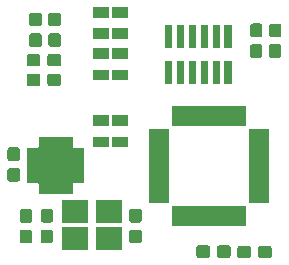
<source format=gts>
G04 #@! TF.GenerationSoftware,KiCad,Pcbnew,(5.1.2)-1*
G04 #@! TF.CreationDate,2019-11-08T13:50:46+05:30*
G04 #@! TF.ProjectId,TALK,54414c4b-2e6b-4696-9361-645f70636258,rev?*
G04 #@! TF.SameCoordinates,Original*
G04 #@! TF.FileFunction,Soldermask,Top*
G04 #@! TF.FilePolarity,Negative*
%FSLAX46Y46*%
G04 Gerber Fmt 4.6, Leading zero omitted, Abs format (unit mm)*
G04 Created by KiCad (PCBNEW (5.1.2)-1) date 2019-11-08 13:50:46*
%MOMM*%
%LPD*%
G04 APERTURE LIST*
%ADD10C,0.100000*%
G04 APERTURE END LIST*
D10*
G36*
X162184499Y-106259445D02*
G01*
X162221995Y-106270820D01*
X162256554Y-106289292D01*
X162286847Y-106314153D01*
X162311708Y-106344446D01*
X162330180Y-106379005D01*
X162341555Y-106416501D01*
X162346000Y-106461638D01*
X162346000Y-107100362D01*
X162341555Y-107145499D01*
X162330180Y-107182995D01*
X162311708Y-107217554D01*
X162286847Y-107247847D01*
X162256554Y-107272708D01*
X162221995Y-107291180D01*
X162184499Y-107302555D01*
X162139362Y-107307000D01*
X161400638Y-107307000D01*
X161355501Y-107302555D01*
X161318005Y-107291180D01*
X161283446Y-107272708D01*
X161253153Y-107247847D01*
X161228292Y-107217554D01*
X161209820Y-107182995D01*
X161198445Y-107145499D01*
X161194000Y-107100362D01*
X161194000Y-106461638D01*
X161198445Y-106416501D01*
X161209820Y-106379005D01*
X161228292Y-106344446D01*
X161253153Y-106314153D01*
X161283446Y-106289292D01*
X161318005Y-106270820D01*
X161355501Y-106259445D01*
X161400638Y-106255000D01*
X162139362Y-106255000D01*
X162184499Y-106259445D01*
X162184499Y-106259445D01*
G37*
G36*
X160434499Y-106259445D02*
G01*
X160471995Y-106270820D01*
X160506554Y-106289292D01*
X160536847Y-106314153D01*
X160561708Y-106344446D01*
X160580180Y-106379005D01*
X160591555Y-106416501D01*
X160596000Y-106461638D01*
X160596000Y-107100362D01*
X160591555Y-107145499D01*
X160580180Y-107182995D01*
X160561708Y-107217554D01*
X160536847Y-107247847D01*
X160506554Y-107272708D01*
X160471995Y-107291180D01*
X160434499Y-107302555D01*
X160389362Y-107307000D01*
X159650638Y-107307000D01*
X159605501Y-107302555D01*
X159568005Y-107291180D01*
X159533446Y-107272708D01*
X159503153Y-107247847D01*
X159478292Y-107217554D01*
X159459820Y-107182995D01*
X159448445Y-107145499D01*
X159444000Y-107100362D01*
X159444000Y-106461638D01*
X159448445Y-106416501D01*
X159459820Y-106379005D01*
X159478292Y-106344446D01*
X159503153Y-106314153D01*
X159533446Y-106289292D01*
X159568005Y-106270820D01*
X159605501Y-106259445D01*
X159650638Y-106255000D01*
X160389362Y-106255000D01*
X160434499Y-106259445D01*
X160434499Y-106259445D01*
G37*
G36*
X156962499Y-106235445D02*
G01*
X156999995Y-106246820D01*
X157034554Y-106265292D01*
X157064847Y-106290153D01*
X157089708Y-106320446D01*
X157108180Y-106355005D01*
X157119555Y-106392501D01*
X157124000Y-106437638D01*
X157124000Y-107076362D01*
X157119555Y-107121499D01*
X157108180Y-107158995D01*
X157089708Y-107193554D01*
X157064847Y-107223847D01*
X157034554Y-107248708D01*
X156999995Y-107267180D01*
X156962499Y-107278555D01*
X156917362Y-107283000D01*
X156178638Y-107283000D01*
X156133501Y-107278555D01*
X156096005Y-107267180D01*
X156061446Y-107248708D01*
X156031153Y-107223847D01*
X156006292Y-107193554D01*
X155987820Y-107158995D01*
X155976445Y-107121499D01*
X155972000Y-107076362D01*
X155972000Y-106437638D01*
X155976445Y-106392501D01*
X155987820Y-106355005D01*
X156006292Y-106320446D01*
X156031153Y-106290153D01*
X156061446Y-106265292D01*
X156096005Y-106246820D01*
X156133501Y-106235445D01*
X156178638Y-106231000D01*
X156917362Y-106231000D01*
X156962499Y-106235445D01*
X156962499Y-106235445D01*
G37*
G36*
X158712499Y-106235445D02*
G01*
X158749995Y-106246820D01*
X158784554Y-106265292D01*
X158814847Y-106290153D01*
X158839708Y-106320446D01*
X158858180Y-106355005D01*
X158869555Y-106392501D01*
X158874000Y-106437638D01*
X158874000Y-107076362D01*
X158869555Y-107121499D01*
X158858180Y-107158995D01*
X158839708Y-107193554D01*
X158814847Y-107223847D01*
X158784554Y-107248708D01*
X158749995Y-107267180D01*
X158712499Y-107278555D01*
X158667362Y-107283000D01*
X157928638Y-107283000D01*
X157883501Y-107278555D01*
X157846005Y-107267180D01*
X157811446Y-107248708D01*
X157781153Y-107223847D01*
X157756292Y-107193554D01*
X157737820Y-107158995D01*
X157726445Y-107121499D01*
X157722000Y-107076362D01*
X157722000Y-106437638D01*
X157726445Y-106392501D01*
X157737820Y-106355005D01*
X157756292Y-106320446D01*
X157781153Y-106290153D01*
X157811446Y-106265292D01*
X157846005Y-106246820D01*
X157883501Y-106235445D01*
X157928638Y-106231000D01*
X158667362Y-106231000D01*
X158712499Y-106235445D01*
X158712499Y-106235445D01*
G37*
G36*
X149684000Y-106611000D02*
G01*
X147482000Y-106611000D01*
X147482000Y-104709000D01*
X149684000Y-104709000D01*
X149684000Y-106611000D01*
X149684000Y-106611000D01*
G37*
G36*
X146784000Y-106611000D02*
G01*
X144582000Y-106611000D01*
X144582000Y-104709000D01*
X146784000Y-104709000D01*
X146784000Y-106611000D01*
X146784000Y-106611000D01*
G37*
G36*
X141895499Y-104900445D02*
G01*
X141932995Y-104911820D01*
X141967554Y-104930292D01*
X141997847Y-104955153D01*
X142022708Y-104985446D01*
X142041180Y-105020005D01*
X142052555Y-105057501D01*
X142057000Y-105102638D01*
X142057000Y-105841362D01*
X142052555Y-105886499D01*
X142041180Y-105923995D01*
X142022708Y-105958554D01*
X141997847Y-105988847D01*
X141967554Y-106013708D01*
X141932995Y-106032180D01*
X141895499Y-106043555D01*
X141850362Y-106048000D01*
X141211638Y-106048000D01*
X141166501Y-106043555D01*
X141129005Y-106032180D01*
X141094446Y-106013708D01*
X141064153Y-105988847D01*
X141039292Y-105958554D01*
X141020820Y-105923995D01*
X141009445Y-105886499D01*
X141005000Y-105841362D01*
X141005000Y-105102638D01*
X141009445Y-105057501D01*
X141020820Y-105020005D01*
X141039292Y-104985446D01*
X141064153Y-104955153D01*
X141094446Y-104930292D01*
X141129005Y-104911820D01*
X141166501Y-104900445D01*
X141211638Y-104896000D01*
X141850362Y-104896000D01*
X141895499Y-104900445D01*
X141895499Y-104900445D01*
G37*
G36*
X143688499Y-104898445D02*
G01*
X143725995Y-104909820D01*
X143760554Y-104928292D01*
X143790847Y-104953153D01*
X143815708Y-104983446D01*
X143834180Y-105018005D01*
X143845555Y-105055501D01*
X143850000Y-105100638D01*
X143850000Y-105839362D01*
X143845555Y-105884499D01*
X143834180Y-105921995D01*
X143815708Y-105956554D01*
X143790847Y-105986847D01*
X143760554Y-106011708D01*
X143725995Y-106030180D01*
X143688499Y-106041555D01*
X143643362Y-106046000D01*
X143004638Y-106046000D01*
X142959501Y-106041555D01*
X142922005Y-106030180D01*
X142887446Y-106011708D01*
X142857153Y-105986847D01*
X142832292Y-105956554D01*
X142813820Y-105921995D01*
X142802445Y-105884499D01*
X142798000Y-105839362D01*
X142798000Y-105100638D01*
X142802445Y-105055501D01*
X142813820Y-105018005D01*
X142832292Y-104983446D01*
X142857153Y-104953153D01*
X142887446Y-104928292D01*
X142922005Y-104909820D01*
X142959501Y-104898445D01*
X143004638Y-104894000D01*
X143643362Y-104894000D01*
X143688499Y-104898445D01*
X143688499Y-104898445D01*
G37*
G36*
X151187499Y-104897445D02*
G01*
X151224995Y-104908820D01*
X151259554Y-104927292D01*
X151289847Y-104952153D01*
X151314708Y-104982446D01*
X151333180Y-105017005D01*
X151344555Y-105054501D01*
X151349000Y-105099638D01*
X151349000Y-105838362D01*
X151344555Y-105883499D01*
X151333180Y-105920995D01*
X151314708Y-105955554D01*
X151289847Y-105985847D01*
X151259554Y-106010708D01*
X151224995Y-106029180D01*
X151187499Y-106040555D01*
X151142362Y-106045000D01*
X150503638Y-106045000D01*
X150458501Y-106040555D01*
X150421005Y-106029180D01*
X150386446Y-106010708D01*
X150356153Y-105985847D01*
X150331292Y-105955554D01*
X150312820Y-105920995D01*
X150301445Y-105883499D01*
X150297000Y-105838362D01*
X150297000Y-105099638D01*
X150301445Y-105054501D01*
X150312820Y-105017005D01*
X150331292Y-104982446D01*
X150356153Y-104952153D01*
X150386446Y-104927292D01*
X150421005Y-104908820D01*
X150458501Y-104897445D01*
X150503638Y-104893000D01*
X151142362Y-104893000D01*
X151187499Y-104897445D01*
X151187499Y-104897445D01*
G37*
G36*
X160178000Y-104590000D02*
G01*
X153926000Y-104590000D01*
X153926000Y-102888000D01*
X160178000Y-102888000D01*
X160178000Y-104590000D01*
X160178000Y-104590000D01*
G37*
G36*
X149684000Y-104311000D02*
G01*
X147482000Y-104311000D01*
X147482000Y-102409000D01*
X149684000Y-102409000D01*
X149684000Y-104311000D01*
X149684000Y-104311000D01*
G37*
G36*
X146784000Y-104311000D02*
G01*
X144582000Y-104311000D01*
X144582000Y-102409000D01*
X146784000Y-102409000D01*
X146784000Y-104311000D01*
X146784000Y-104311000D01*
G37*
G36*
X141895499Y-103150445D02*
G01*
X141932995Y-103161820D01*
X141967554Y-103180292D01*
X141997847Y-103205153D01*
X142022708Y-103235446D01*
X142041180Y-103270005D01*
X142052555Y-103307501D01*
X142057000Y-103352638D01*
X142057000Y-104091362D01*
X142052555Y-104136499D01*
X142041180Y-104173995D01*
X142022708Y-104208554D01*
X141997847Y-104238847D01*
X141967554Y-104263708D01*
X141932995Y-104282180D01*
X141895499Y-104293555D01*
X141850362Y-104298000D01*
X141211638Y-104298000D01*
X141166501Y-104293555D01*
X141129005Y-104282180D01*
X141094446Y-104263708D01*
X141064153Y-104238847D01*
X141039292Y-104208554D01*
X141020820Y-104173995D01*
X141009445Y-104136499D01*
X141005000Y-104091362D01*
X141005000Y-103352638D01*
X141009445Y-103307501D01*
X141020820Y-103270005D01*
X141039292Y-103235446D01*
X141064153Y-103205153D01*
X141094446Y-103180292D01*
X141129005Y-103161820D01*
X141166501Y-103150445D01*
X141211638Y-103146000D01*
X141850362Y-103146000D01*
X141895499Y-103150445D01*
X141895499Y-103150445D01*
G37*
G36*
X143688499Y-103148445D02*
G01*
X143725995Y-103159820D01*
X143760554Y-103178292D01*
X143790847Y-103203153D01*
X143815708Y-103233446D01*
X143834180Y-103268005D01*
X143845555Y-103305501D01*
X143850000Y-103350638D01*
X143850000Y-104089362D01*
X143845555Y-104134499D01*
X143834180Y-104171995D01*
X143815708Y-104206554D01*
X143790847Y-104236847D01*
X143760554Y-104261708D01*
X143725995Y-104280180D01*
X143688499Y-104291555D01*
X143643362Y-104296000D01*
X143004638Y-104296000D01*
X142959501Y-104291555D01*
X142922005Y-104280180D01*
X142887446Y-104261708D01*
X142857153Y-104236847D01*
X142832292Y-104206554D01*
X142813820Y-104171995D01*
X142802445Y-104134499D01*
X142798000Y-104089362D01*
X142798000Y-103350638D01*
X142802445Y-103305501D01*
X142813820Y-103268005D01*
X142832292Y-103233446D01*
X142857153Y-103203153D01*
X142887446Y-103178292D01*
X142922005Y-103159820D01*
X142959501Y-103148445D01*
X143004638Y-103144000D01*
X143643362Y-103144000D01*
X143688499Y-103148445D01*
X143688499Y-103148445D01*
G37*
G36*
X151187499Y-103147445D02*
G01*
X151224995Y-103158820D01*
X151259554Y-103177292D01*
X151289847Y-103202153D01*
X151314708Y-103232446D01*
X151333180Y-103267005D01*
X151344555Y-103304501D01*
X151349000Y-103349638D01*
X151349000Y-104088362D01*
X151344555Y-104133499D01*
X151333180Y-104170995D01*
X151314708Y-104205554D01*
X151289847Y-104235847D01*
X151259554Y-104260708D01*
X151224995Y-104279180D01*
X151187499Y-104290555D01*
X151142362Y-104295000D01*
X150503638Y-104295000D01*
X150458501Y-104290555D01*
X150421005Y-104279180D01*
X150386446Y-104260708D01*
X150356153Y-104235847D01*
X150331292Y-104205554D01*
X150312820Y-104170995D01*
X150301445Y-104133499D01*
X150297000Y-104088362D01*
X150297000Y-103349638D01*
X150301445Y-103304501D01*
X150312820Y-103267005D01*
X150331292Y-103232446D01*
X150356153Y-103202153D01*
X150386446Y-103177292D01*
X150421005Y-103158820D01*
X150458501Y-103147445D01*
X150503638Y-103143000D01*
X151142362Y-103143000D01*
X151187499Y-103147445D01*
X151187499Y-103147445D01*
G37*
G36*
X153653000Y-102615000D02*
G01*
X151951000Y-102615000D01*
X151951000Y-96363000D01*
X153653000Y-96363000D01*
X153653000Y-102615000D01*
X153653000Y-102615000D01*
G37*
G36*
X162153000Y-102615000D02*
G01*
X160451000Y-102615000D01*
X160451000Y-96363000D01*
X162153000Y-96363000D01*
X162153000Y-102615000D01*
X162153000Y-102615000D01*
G37*
G36*
X142984295Y-97044323D02*
G01*
X142991309Y-97046451D01*
X143005077Y-97053810D01*
X143027716Y-97063187D01*
X143051749Y-97067967D01*
X143076253Y-97067967D01*
X143100286Y-97063186D01*
X143122923Y-97053810D01*
X143136691Y-97046451D01*
X143143705Y-97044323D01*
X143157140Y-97043000D01*
X143470860Y-97043000D01*
X143484295Y-97044323D01*
X143491309Y-97046451D01*
X143505077Y-97053810D01*
X143527716Y-97063187D01*
X143551749Y-97067967D01*
X143576253Y-97067967D01*
X143600286Y-97063186D01*
X143622923Y-97053810D01*
X143636691Y-97046451D01*
X143643705Y-97044323D01*
X143657140Y-97043000D01*
X143970860Y-97043000D01*
X143984295Y-97044323D01*
X143991309Y-97046451D01*
X144005077Y-97053810D01*
X144027716Y-97063187D01*
X144051749Y-97067967D01*
X144076253Y-97067967D01*
X144100286Y-97063186D01*
X144122923Y-97053810D01*
X144136691Y-97046451D01*
X144143705Y-97044323D01*
X144157140Y-97043000D01*
X144470860Y-97043000D01*
X144484295Y-97044323D01*
X144491309Y-97046451D01*
X144505077Y-97053810D01*
X144527716Y-97063187D01*
X144551749Y-97067967D01*
X144576253Y-97067967D01*
X144600286Y-97063186D01*
X144622923Y-97053810D01*
X144636691Y-97046451D01*
X144643705Y-97044323D01*
X144657140Y-97043000D01*
X144970860Y-97043000D01*
X144984295Y-97044323D01*
X144991309Y-97046451D01*
X145005077Y-97053810D01*
X145027716Y-97063187D01*
X145051749Y-97067967D01*
X145076253Y-97067967D01*
X145100286Y-97063186D01*
X145122923Y-97053810D01*
X145136691Y-97046451D01*
X145143705Y-97044323D01*
X145157140Y-97043000D01*
X145470860Y-97043000D01*
X145484295Y-97044323D01*
X145491310Y-97046451D01*
X145497776Y-97049908D01*
X145503442Y-97054558D01*
X145508092Y-97060224D01*
X145511549Y-97066690D01*
X145513677Y-97073705D01*
X145515000Y-97087140D01*
X145515000Y-97893001D01*
X145517402Y-97917387D01*
X145524515Y-97940836D01*
X145536066Y-97962447D01*
X145551611Y-97981389D01*
X145570553Y-97996934D01*
X145592164Y-98008485D01*
X145615613Y-98015598D01*
X145639999Y-98018000D01*
X146445860Y-98018000D01*
X146459295Y-98019323D01*
X146466310Y-98021451D01*
X146472776Y-98024908D01*
X146478442Y-98029558D01*
X146483092Y-98035224D01*
X146486549Y-98041690D01*
X146488677Y-98048705D01*
X146490000Y-98062140D01*
X146490000Y-98375860D01*
X146488677Y-98389295D01*
X146486549Y-98396309D01*
X146479190Y-98410077D01*
X146469813Y-98432716D01*
X146465033Y-98456749D01*
X146465033Y-98481253D01*
X146469814Y-98505286D01*
X146479190Y-98527923D01*
X146486549Y-98541691D01*
X146488677Y-98548705D01*
X146490000Y-98562140D01*
X146490000Y-98875860D01*
X146488677Y-98889295D01*
X146486549Y-98896309D01*
X146479190Y-98910077D01*
X146469813Y-98932716D01*
X146465033Y-98956749D01*
X146465033Y-98981253D01*
X146469814Y-99005286D01*
X146479190Y-99027923D01*
X146486549Y-99041691D01*
X146488677Y-99048705D01*
X146490000Y-99062140D01*
X146490000Y-99375860D01*
X146488677Y-99389295D01*
X146486549Y-99396309D01*
X146479190Y-99410077D01*
X146469813Y-99432716D01*
X146465033Y-99456749D01*
X146465033Y-99481253D01*
X146469814Y-99505286D01*
X146479190Y-99527923D01*
X146486549Y-99541691D01*
X146488677Y-99548705D01*
X146490000Y-99562140D01*
X146490000Y-99875860D01*
X146488677Y-99889295D01*
X146486549Y-99896309D01*
X146479190Y-99910077D01*
X146469813Y-99932716D01*
X146465033Y-99956749D01*
X146465033Y-99981253D01*
X146469814Y-100005286D01*
X146479190Y-100027923D01*
X146486549Y-100041691D01*
X146488677Y-100048705D01*
X146490000Y-100062140D01*
X146490000Y-100375860D01*
X146488677Y-100389295D01*
X146486549Y-100396309D01*
X146479190Y-100410077D01*
X146469813Y-100432716D01*
X146465033Y-100456749D01*
X146465033Y-100481253D01*
X146469814Y-100505286D01*
X146479190Y-100527923D01*
X146486549Y-100541691D01*
X146488677Y-100548705D01*
X146490000Y-100562140D01*
X146490000Y-100875860D01*
X146488677Y-100889295D01*
X146486549Y-100896310D01*
X146483092Y-100902776D01*
X146478442Y-100908442D01*
X146472776Y-100913092D01*
X146466310Y-100916549D01*
X146459295Y-100918677D01*
X146445860Y-100920000D01*
X145639999Y-100920000D01*
X145615613Y-100922402D01*
X145592164Y-100929515D01*
X145570553Y-100941066D01*
X145551611Y-100956611D01*
X145536066Y-100975553D01*
X145524515Y-100997164D01*
X145517402Y-101020613D01*
X145515000Y-101044999D01*
X145515000Y-101850860D01*
X145513677Y-101864295D01*
X145511549Y-101871310D01*
X145508092Y-101877776D01*
X145503442Y-101883442D01*
X145497776Y-101888092D01*
X145491310Y-101891549D01*
X145484295Y-101893677D01*
X145470860Y-101895000D01*
X145157140Y-101895000D01*
X145143705Y-101893677D01*
X145136691Y-101891549D01*
X145122923Y-101884190D01*
X145100284Y-101874813D01*
X145076251Y-101870033D01*
X145051747Y-101870033D01*
X145027714Y-101874814D01*
X145005077Y-101884190D01*
X144991309Y-101891549D01*
X144984295Y-101893677D01*
X144970860Y-101895000D01*
X144657140Y-101895000D01*
X144643705Y-101893677D01*
X144636691Y-101891549D01*
X144622923Y-101884190D01*
X144600284Y-101874813D01*
X144576251Y-101870033D01*
X144551747Y-101870033D01*
X144527714Y-101874814D01*
X144505077Y-101884190D01*
X144491309Y-101891549D01*
X144484295Y-101893677D01*
X144470860Y-101895000D01*
X144157140Y-101895000D01*
X144143705Y-101893677D01*
X144136691Y-101891549D01*
X144122923Y-101884190D01*
X144100284Y-101874813D01*
X144076251Y-101870033D01*
X144051747Y-101870033D01*
X144027714Y-101874814D01*
X144005077Y-101884190D01*
X143991309Y-101891549D01*
X143984295Y-101893677D01*
X143970860Y-101895000D01*
X143657140Y-101895000D01*
X143643705Y-101893677D01*
X143636691Y-101891549D01*
X143622923Y-101884190D01*
X143600284Y-101874813D01*
X143576251Y-101870033D01*
X143551747Y-101870033D01*
X143527714Y-101874814D01*
X143505077Y-101884190D01*
X143491309Y-101891549D01*
X143484295Y-101893677D01*
X143470860Y-101895000D01*
X143157140Y-101895000D01*
X143143705Y-101893677D01*
X143136691Y-101891549D01*
X143122923Y-101884190D01*
X143100284Y-101874813D01*
X143076251Y-101870033D01*
X143051747Y-101870033D01*
X143027714Y-101874814D01*
X143005077Y-101884190D01*
X142991309Y-101891549D01*
X142984295Y-101893677D01*
X142970860Y-101895000D01*
X142657140Y-101895000D01*
X142643705Y-101893677D01*
X142636690Y-101891549D01*
X142630224Y-101888092D01*
X142624558Y-101883442D01*
X142619908Y-101877776D01*
X142616451Y-101871310D01*
X142614323Y-101864295D01*
X142613000Y-101850860D01*
X142613000Y-101044999D01*
X142610598Y-101020613D01*
X142603485Y-100997164D01*
X142591934Y-100975553D01*
X142576389Y-100956611D01*
X142557447Y-100941066D01*
X142535836Y-100929515D01*
X142512387Y-100922402D01*
X142488001Y-100920000D01*
X141682140Y-100920000D01*
X141668705Y-100918677D01*
X141661690Y-100916549D01*
X141655224Y-100913092D01*
X141649558Y-100908442D01*
X141644908Y-100902776D01*
X141641451Y-100896310D01*
X141639323Y-100889295D01*
X141638000Y-100875860D01*
X141638000Y-100562140D01*
X141639323Y-100548705D01*
X141641451Y-100541691D01*
X141648810Y-100527923D01*
X141658187Y-100505284D01*
X141662967Y-100481251D01*
X141662967Y-100456747D01*
X141658186Y-100432714D01*
X141648810Y-100410077D01*
X141641451Y-100396309D01*
X141639323Y-100389295D01*
X141638000Y-100375860D01*
X141638000Y-100062140D01*
X141639323Y-100048705D01*
X141641451Y-100041691D01*
X141648810Y-100027923D01*
X141658187Y-100005284D01*
X141662967Y-99981251D01*
X141662967Y-99956747D01*
X141658186Y-99932714D01*
X141648810Y-99910077D01*
X141641451Y-99896309D01*
X141639323Y-99889295D01*
X141638000Y-99875860D01*
X141638000Y-99562140D01*
X141639323Y-99548705D01*
X141641451Y-99541691D01*
X141648810Y-99527923D01*
X141658187Y-99505284D01*
X141662967Y-99481251D01*
X141662967Y-99456747D01*
X141658186Y-99432714D01*
X141648810Y-99410077D01*
X141641451Y-99396309D01*
X141639323Y-99389295D01*
X141638000Y-99375860D01*
X141638000Y-99062140D01*
X141639323Y-99048705D01*
X141641451Y-99041691D01*
X141648810Y-99027923D01*
X141658187Y-99005284D01*
X141662967Y-98981251D01*
X141662967Y-98956747D01*
X141658186Y-98932714D01*
X141648810Y-98910077D01*
X141641451Y-98896309D01*
X141639323Y-98889295D01*
X141638000Y-98875860D01*
X141638000Y-98562140D01*
X141639323Y-98548705D01*
X141641451Y-98541691D01*
X141648810Y-98527923D01*
X141658187Y-98505284D01*
X141662967Y-98481251D01*
X141662967Y-98456747D01*
X141658186Y-98432714D01*
X141648810Y-98410077D01*
X141641451Y-98396309D01*
X141639323Y-98389295D01*
X141638000Y-98375860D01*
X141638000Y-98062140D01*
X141639323Y-98048705D01*
X141641451Y-98041690D01*
X141644908Y-98035224D01*
X141649558Y-98029558D01*
X141655224Y-98024908D01*
X141661690Y-98021451D01*
X141668705Y-98019323D01*
X141682140Y-98018000D01*
X142488001Y-98018000D01*
X142512387Y-98015598D01*
X142535836Y-98008485D01*
X142557447Y-97996934D01*
X142576389Y-97981389D01*
X142591934Y-97962447D01*
X142603485Y-97940836D01*
X142610598Y-97917387D01*
X142613000Y-97893001D01*
X142613000Y-97087140D01*
X142614323Y-97073705D01*
X142616451Y-97066690D01*
X142619908Y-97060224D01*
X142624558Y-97054558D01*
X142630224Y-97049908D01*
X142636690Y-97046451D01*
X142643705Y-97044323D01*
X142657140Y-97043000D01*
X142970860Y-97043000D01*
X142984295Y-97044323D01*
X142984295Y-97044323D01*
G37*
G36*
X140873499Y-99685445D02*
G01*
X140910995Y-99696820D01*
X140945554Y-99715292D01*
X140975847Y-99740153D01*
X141000708Y-99770446D01*
X141019180Y-99805005D01*
X141030555Y-99842501D01*
X141035000Y-99887638D01*
X141035000Y-100626362D01*
X141030555Y-100671499D01*
X141019180Y-100708995D01*
X141000708Y-100743554D01*
X140975847Y-100773847D01*
X140945554Y-100798708D01*
X140910995Y-100817180D01*
X140873499Y-100828555D01*
X140828362Y-100833000D01*
X140189638Y-100833000D01*
X140144501Y-100828555D01*
X140107005Y-100817180D01*
X140072446Y-100798708D01*
X140042153Y-100773847D01*
X140017292Y-100743554D01*
X139998820Y-100708995D01*
X139987445Y-100671499D01*
X139983000Y-100626362D01*
X139983000Y-99887638D01*
X139987445Y-99842501D01*
X139998820Y-99805005D01*
X140017292Y-99770446D01*
X140042153Y-99740153D01*
X140072446Y-99715292D01*
X140107005Y-99696820D01*
X140144501Y-99685445D01*
X140189638Y-99681000D01*
X140828362Y-99681000D01*
X140873499Y-99685445D01*
X140873499Y-99685445D01*
G37*
G36*
X140873499Y-97935445D02*
G01*
X140910995Y-97946820D01*
X140945554Y-97965292D01*
X140975847Y-97990153D01*
X141000708Y-98020446D01*
X141019180Y-98055005D01*
X141030555Y-98092501D01*
X141035000Y-98137638D01*
X141035000Y-98876362D01*
X141030555Y-98921499D01*
X141019180Y-98958995D01*
X141000708Y-98993554D01*
X140975847Y-99023847D01*
X140945554Y-99048708D01*
X140910995Y-99067180D01*
X140873499Y-99078555D01*
X140828362Y-99083000D01*
X140189638Y-99083000D01*
X140144501Y-99078555D01*
X140107005Y-99067180D01*
X140072446Y-99048708D01*
X140042153Y-99023847D01*
X140017292Y-98993554D01*
X139998820Y-98958995D01*
X139987445Y-98921499D01*
X139983000Y-98876362D01*
X139983000Y-98137638D01*
X139987445Y-98092501D01*
X139998820Y-98055005D01*
X140017292Y-98020446D01*
X140042153Y-97990153D01*
X140072446Y-97965292D01*
X140107005Y-97946820D01*
X140144501Y-97935445D01*
X140189638Y-97931000D01*
X140828362Y-97931000D01*
X140873499Y-97935445D01*
X140873499Y-97935445D01*
G37*
G36*
X150226000Y-97920000D02*
G01*
X148874000Y-97920000D01*
X148874000Y-97018000D01*
X150226000Y-97018000D01*
X150226000Y-97920000D01*
X150226000Y-97920000D01*
G37*
G36*
X148576000Y-97920000D02*
G01*
X147224000Y-97920000D01*
X147224000Y-97018000D01*
X148576000Y-97018000D01*
X148576000Y-97920000D01*
X148576000Y-97920000D01*
G37*
G36*
X150226000Y-96120000D02*
G01*
X148874000Y-96120000D01*
X148874000Y-95218000D01*
X150226000Y-95218000D01*
X150226000Y-96120000D01*
X150226000Y-96120000D01*
G37*
G36*
X148576000Y-96120000D02*
G01*
X147224000Y-96120000D01*
X147224000Y-95218000D01*
X148576000Y-95218000D01*
X148576000Y-96120000D01*
X148576000Y-96120000D01*
G37*
G36*
X160178000Y-96090000D02*
G01*
X153926000Y-96090000D01*
X153926000Y-94388000D01*
X160178000Y-94388000D01*
X160178000Y-96090000D01*
X160178000Y-96090000D01*
G37*
G36*
X144347499Y-91684445D02*
G01*
X144384995Y-91695820D01*
X144419554Y-91714292D01*
X144449847Y-91739153D01*
X144474708Y-91769446D01*
X144493180Y-91804005D01*
X144504555Y-91841501D01*
X144509000Y-91886638D01*
X144509000Y-92525362D01*
X144504555Y-92570499D01*
X144493180Y-92607995D01*
X144474708Y-92642554D01*
X144449847Y-92672847D01*
X144419554Y-92697708D01*
X144384995Y-92716180D01*
X144347499Y-92727555D01*
X144302362Y-92732000D01*
X143563638Y-92732000D01*
X143518501Y-92727555D01*
X143481005Y-92716180D01*
X143446446Y-92697708D01*
X143416153Y-92672847D01*
X143391292Y-92642554D01*
X143372820Y-92607995D01*
X143361445Y-92570499D01*
X143357000Y-92525362D01*
X143357000Y-91886638D01*
X143361445Y-91841501D01*
X143372820Y-91804005D01*
X143391292Y-91769446D01*
X143416153Y-91739153D01*
X143446446Y-91714292D01*
X143481005Y-91695820D01*
X143518501Y-91684445D01*
X143563638Y-91680000D01*
X144302362Y-91680000D01*
X144347499Y-91684445D01*
X144347499Y-91684445D01*
G37*
G36*
X142597499Y-91684445D02*
G01*
X142634995Y-91695820D01*
X142669554Y-91714292D01*
X142699847Y-91739153D01*
X142724708Y-91769446D01*
X142743180Y-91804005D01*
X142754555Y-91841501D01*
X142759000Y-91886638D01*
X142759000Y-92525362D01*
X142754555Y-92570499D01*
X142743180Y-92607995D01*
X142724708Y-92642554D01*
X142699847Y-92672847D01*
X142669554Y-92697708D01*
X142634995Y-92716180D01*
X142597499Y-92727555D01*
X142552362Y-92732000D01*
X141813638Y-92732000D01*
X141768501Y-92727555D01*
X141731005Y-92716180D01*
X141696446Y-92697708D01*
X141666153Y-92672847D01*
X141641292Y-92642554D01*
X141622820Y-92607995D01*
X141611445Y-92570499D01*
X141607000Y-92525362D01*
X141607000Y-91886638D01*
X141611445Y-91841501D01*
X141622820Y-91804005D01*
X141641292Y-91769446D01*
X141666153Y-91739153D01*
X141696446Y-91714292D01*
X141731005Y-91695820D01*
X141768501Y-91684445D01*
X141813638Y-91680000D01*
X142552362Y-91680000D01*
X142597499Y-91684445D01*
X142597499Y-91684445D01*
G37*
G36*
X157951000Y-92591000D02*
G01*
X157349000Y-92591000D01*
X157349000Y-90639000D01*
X157951000Y-90639000D01*
X157951000Y-92591000D01*
X157951000Y-92591000D01*
G37*
G36*
X156951000Y-92591000D02*
G01*
X156349000Y-92591000D01*
X156349000Y-90639000D01*
X156951000Y-90639000D01*
X156951000Y-92591000D01*
X156951000Y-92591000D01*
G37*
G36*
X155951000Y-92591000D02*
G01*
X155349000Y-92591000D01*
X155349000Y-90639000D01*
X155951000Y-90639000D01*
X155951000Y-92591000D01*
X155951000Y-92591000D01*
G37*
G36*
X154951000Y-92591000D02*
G01*
X154349000Y-92591000D01*
X154349000Y-90639000D01*
X154951000Y-90639000D01*
X154951000Y-92591000D01*
X154951000Y-92591000D01*
G37*
G36*
X153951000Y-92591000D02*
G01*
X153349000Y-92591000D01*
X153349000Y-90639000D01*
X153951000Y-90639000D01*
X153951000Y-92591000D01*
X153951000Y-92591000D01*
G37*
G36*
X158951000Y-92591000D02*
G01*
X158349000Y-92591000D01*
X158349000Y-90639000D01*
X158951000Y-90639000D01*
X158951000Y-92591000D01*
X158951000Y-92591000D01*
G37*
G36*
X150226000Y-92245000D02*
G01*
X148874000Y-92245000D01*
X148874000Y-91343000D01*
X150226000Y-91343000D01*
X150226000Y-92245000D01*
X150226000Y-92245000D01*
G37*
G36*
X148576000Y-92245000D02*
G01*
X147224000Y-92245000D01*
X147224000Y-91343000D01*
X148576000Y-91343000D01*
X148576000Y-92245000D01*
X148576000Y-92245000D01*
G37*
G36*
X142597499Y-90025445D02*
G01*
X142634995Y-90036820D01*
X142669554Y-90055292D01*
X142699847Y-90080153D01*
X142724708Y-90110446D01*
X142743180Y-90145005D01*
X142754555Y-90182501D01*
X142759000Y-90227638D01*
X142759000Y-90866362D01*
X142754555Y-90911499D01*
X142743180Y-90948995D01*
X142724708Y-90983554D01*
X142699847Y-91013847D01*
X142669554Y-91038708D01*
X142634995Y-91057180D01*
X142597499Y-91068555D01*
X142552362Y-91073000D01*
X141813638Y-91073000D01*
X141768501Y-91068555D01*
X141731005Y-91057180D01*
X141696446Y-91038708D01*
X141666153Y-91013847D01*
X141641292Y-90983554D01*
X141622820Y-90948995D01*
X141611445Y-90911499D01*
X141607000Y-90866362D01*
X141607000Y-90227638D01*
X141611445Y-90182501D01*
X141622820Y-90145005D01*
X141641292Y-90110446D01*
X141666153Y-90080153D01*
X141696446Y-90055292D01*
X141731005Y-90036820D01*
X141768501Y-90025445D01*
X141813638Y-90021000D01*
X142552362Y-90021000D01*
X142597499Y-90025445D01*
X142597499Y-90025445D01*
G37*
G36*
X144347499Y-90025445D02*
G01*
X144384995Y-90036820D01*
X144419554Y-90055292D01*
X144449847Y-90080153D01*
X144474708Y-90110446D01*
X144493180Y-90145005D01*
X144504555Y-90182501D01*
X144509000Y-90227638D01*
X144509000Y-90866362D01*
X144504555Y-90911499D01*
X144493180Y-90948995D01*
X144474708Y-90983554D01*
X144449847Y-91013847D01*
X144419554Y-91038708D01*
X144384995Y-91057180D01*
X144347499Y-91068555D01*
X144302362Y-91073000D01*
X143563638Y-91073000D01*
X143518501Y-91068555D01*
X143481005Y-91057180D01*
X143446446Y-91038708D01*
X143416153Y-91013847D01*
X143391292Y-90983554D01*
X143372820Y-90948995D01*
X143361445Y-90911499D01*
X143357000Y-90866362D01*
X143357000Y-90227638D01*
X143361445Y-90182501D01*
X143372820Y-90145005D01*
X143391292Y-90110446D01*
X143416153Y-90080153D01*
X143446446Y-90055292D01*
X143481005Y-90036820D01*
X143518501Y-90025445D01*
X143563638Y-90021000D01*
X144302362Y-90021000D01*
X144347499Y-90025445D01*
X144347499Y-90025445D01*
G37*
G36*
X148576000Y-90445000D02*
G01*
X147224000Y-90445000D01*
X147224000Y-89543000D01*
X148576000Y-89543000D01*
X148576000Y-90445000D01*
X148576000Y-90445000D01*
G37*
G36*
X150226000Y-90445000D02*
G01*
X148874000Y-90445000D01*
X148874000Y-89543000D01*
X150226000Y-89543000D01*
X150226000Y-90445000D01*
X150226000Y-90445000D01*
G37*
G36*
X163008499Y-89203445D02*
G01*
X163045995Y-89214820D01*
X163080554Y-89233292D01*
X163110847Y-89258153D01*
X163135708Y-89288446D01*
X163154180Y-89323005D01*
X163165555Y-89360501D01*
X163170000Y-89405638D01*
X163170000Y-90144362D01*
X163165555Y-90189499D01*
X163154180Y-90226995D01*
X163135708Y-90261554D01*
X163110847Y-90291847D01*
X163080554Y-90316708D01*
X163045995Y-90335180D01*
X163008499Y-90346555D01*
X162963362Y-90351000D01*
X162324638Y-90351000D01*
X162279501Y-90346555D01*
X162242005Y-90335180D01*
X162207446Y-90316708D01*
X162177153Y-90291847D01*
X162152292Y-90261554D01*
X162133820Y-90226995D01*
X162122445Y-90189499D01*
X162118000Y-90144362D01*
X162118000Y-89405638D01*
X162122445Y-89360501D01*
X162133820Y-89323005D01*
X162152292Y-89288446D01*
X162177153Y-89258153D01*
X162207446Y-89233292D01*
X162242005Y-89214820D01*
X162279501Y-89203445D01*
X162324638Y-89199000D01*
X162963362Y-89199000D01*
X163008499Y-89203445D01*
X163008499Y-89203445D01*
G37*
G36*
X161413499Y-89195445D02*
G01*
X161450995Y-89206820D01*
X161485554Y-89225292D01*
X161515847Y-89250153D01*
X161540708Y-89280446D01*
X161559180Y-89315005D01*
X161570555Y-89352501D01*
X161575000Y-89397638D01*
X161575000Y-90136362D01*
X161570555Y-90181499D01*
X161559180Y-90218995D01*
X161540708Y-90253554D01*
X161515847Y-90283847D01*
X161485554Y-90308708D01*
X161450995Y-90327180D01*
X161413499Y-90338555D01*
X161368362Y-90343000D01*
X160729638Y-90343000D01*
X160684501Y-90338555D01*
X160647005Y-90327180D01*
X160612446Y-90308708D01*
X160582153Y-90283847D01*
X160557292Y-90253554D01*
X160538820Y-90218995D01*
X160527445Y-90181499D01*
X160523000Y-90136362D01*
X160523000Y-89397638D01*
X160527445Y-89352501D01*
X160538820Y-89315005D01*
X160557292Y-89280446D01*
X160582153Y-89250153D01*
X160612446Y-89225292D01*
X160647005Y-89206820D01*
X160684501Y-89195445D01*
X160729638Y-89191000D01*
X161368362Y-89191000D01*
X161413499Y-89195445D01*
X161413499Y-89195445D01*
G37*
G36*
X153951000Y-89541000D02*
G01*
X153349000Y-89541000D01*
X153349000Y-87589000D01*
X153951000Y-87589000D01*
X153951000Y-89541000D01*
X153951000Y-89541000D01*
G37*
G36*
X154951000Y-89541000D02*
G01*
X154349000Y-89541000D01*
X154349000Y-87589000D01*
X154951000Y-87589000D01*
X154951000Y-89541000D01*
X154951000Y-89541000D01*
G37*
G36*
X155951000Y-89541000D02*
G01*
X155349000Y-89541000D01*
X155349000Y-87589000D01*
X155951000Y-87589000D01*
X155951000Y-89541000D01*
X155951000Y-89541000D01*
G37*
G36*
X156951000Y-89541000D02*
G01*
X156349000Y-89541000D01*
X156349000Y-87589000D01*
X156951000Y-87589000D01*
X156951000Y-89541000D01*
X156951000Y-89541000D01*
G37*
G36*
X157951000Y-89541000D02*
G01*
X157349000Y-89541000D01*
X157349000Y-87589000D01*
X157951000Y-87589000D01*
X157951000Y-89541000D01*
X157951000Y-89541000D01*
G37*
G36*
X158951000Y-89541000D02*
G01*
X158349000Y-89541000D01*
X158349000Y-87589000D01*
X158951000Y-87589000D01*
X158951000Y-89541000D01*
X158951000Y-89541000D01*
G37*
G36*
X142721499Y-88271445D02*
G01*
X142758995Y-88282820D01*
X142793554Y-88301292D01*
X142823847Y-88326153D01*
X142848708Y-88356446D01*
X142867180Y-88391005D01*
X142878555Y-88428501D01*
X142883000Y-88473638D01*
X142883000Y-89212362D01*
X142878555Y-89257499D01*
X142867180Y-89294995D01*
X142848708Y-89329554D01*
X142823847Y-89359847D01*
X142793554Y-89384708D01*
X142758995Y-89403180D01*
X142721499Y-89414555D01*
X142676362Y-89419000D01*
X142037638Y-89419000D01*
X141992501Y-89414555D01*
X141955005Y-89403180D01*
X141920446Y-89384708D01*
X141890153Y-89359847D01*
X141865292Y-89329554D01*
X141846820Y-89294995D01*
X141835445Y-89257499D01*
X141831000Y-89212362D01*
X141831000Y-88473638D01*
X141835445Y-88428501D01*
X141846820Y-88391005D01*
X141865292Y-88356446D01*
X141890153Y-88326153D01*
X141920446Y-88301292D01*
X141955005Y-88282820D01*
X141992501Y-88271445D01*
X142037638Y-88267000D01*
X142676362Y-88267000D01*
X142721499Y-88271445D01*
X142721499Y-88271445D01*
G37*
G36*
X144342499Y-88271445D02*
G01*
X144379995Y-88282820D01*
X144414554Y-88301292D01*
X144444847Y-88326153D01*
X144469708Y-88356446D01*
X144488180Y-88391005D01*
X144499555Y-88428501D01*
X144504000Y-88473638D01*
X144504000Y-89212362D01*
X144499555Y-89257499D01*
X144488180Y-89294995D01*
X144469708Y-89329554D01*
X144444847Y-89359847D01*
X144414554Y-89384708D01*
X144379995Y-89403180D01*
X144342499Y-89414555D01*
X144297362Y-89419000D01*
X143658638Y-89419000D01*
X143613501Y-89414555D01*
X143576005Y-89403180D01*
X143541446Y-89384708D01*
X143511153Y-89359847D01*
X143486292Y-89329554D01*
X143467820Y-89294995D01*
X143456445Y-89257499D01*
X143452000Y-89212362D01*
X143452000Y-88473638D01*
X143456445Y-88428501D01*
X143467820Y-88391005D01*
X143486292Y-88356446D01*
X143511153Y-88326153D01*
X143541446Y-88301292D01*
X143576005Y-88282820D01*
X143613501Y-88271445D01*
X143658638Y-88267000D01*
X144297362Y-88267000D01*
X144342499Y-88271445D01*
X144342499Y-88271445D01*
G37*
G36*
X148576000Y-88740000D02*
G01*
X147224000Y-88740000D01*
X147224000Y-87838000D01*
X148576000Y-87838000D01*
X148576000Y-88740000D01*
X148576000Y-88740000D01*
G37*
G36*
X150226000Y-88740000D02*
G01*
X148874000Y-88740000D01*
X148874000Y-87838000D01*
X150226000Y-87838000D01*
X150226000Y-88740000D01*
X150226000Y-88740000D01*
G37*
G36*
X163008499Y-87453445D02*
G01*
X163045995Y-87464820D01*
X163080554Y-87483292D01*
X163110847Y-87508153D01*
X163135708Y-87538446D01*
X163154180Y-87573005D01*
X163165555Y-87610501D01*
X163170000Y-87655638D01*
X163170000Y-88394362D01*
X163165555Y-88439499D01*
X163154180Y-88476995D01*
X163135708Y-88511554D01*
X163110847Y-88541847D01*
X163080554Y-88566708D01*
X163045995Y-88585180D01*
X163008499Y-88596555D01*
X162963362Y-88601000D01*
X162324638Y-88601000D01*
X162279501Y-88596555D01*
X162242005Y-88585180D01*
X162207446Y-88566708D01*
X162177153Y-88541847D01*
X162152292Y-88511554D01*
X162133820Y-88476995D01*
X162122445Y-88439499D01*
X162118000Y-88394362D01*
X162118000Y-87655638D01*
X162122445Y-87610501D01*
X162133820Y-87573005D01*
X162152292Y-87538446D01*
X162177153Y-87508153D01*
X162207446Y-87483292D01*
X162242005Y-87464820D01*
X162279501Y-87453445D01*
X162324638Y-87449000D01*
X162963362Y-87449000D01*
X163008499Y-87453445D01*
X163008499Y-87453445D01*
G37*
G36*
X161413499Y-87445445D02*
G01*
X161450995Y-87456820D01*
X161485554Y-87475292D01*
X161515847Y-87500153D01*
X161540708Y-87530446D01*
X161559180Y-87565005D01*
X161570555Y-87602501D01*
X161575000Y-87647638D01*
X161575000Y-88386362D01*
X161570555Y-88431499D01*
X161559180Y-88468995D01*
X161540708Y-88503554D01*
X161515847Y-88533847D01*
X161485554Y-88558708D01*
X161450995Y-88577180D01*
X161413499Y-88588555D01*
X161368362Y-88593000D01*
X160729638Y-88593000D01*
X160684501Y-88588555D01*
X160647005Y-88577180D01*
X160612446Y-88558708D01*
X160582153Y-88533847D01*
X160557292Y-88503554D01*
X160538820Y-88468995D01*
X160527445Y-88431499D01*
X160523000Y-88386362D01*
X160523000Y-87647638D01*
X160527445Y-87602501D01*
X160538820Y-87565005D01*
X160557292Y-87530446D01*
X160582153Y-87500153D01*
X160612446Y-87475292D01*
X160647005Y-87456820D01*
X160684501Y-87445445D01*
X160729638Y-87441000D01*
X161368362Y-87441000D01*
X161413499Y-87445445D01*
X161413499Y-87445445D01*
G37*
G36*
X144342499Y-86521445D02*
G01*
X144379995Y-86532820D01*
X144414554Y-86551292D01*
X144444847Y-86576153D01*
X144469708Y-86606446D01*
X144488180Y-86641005D01*
X144499555Y-86678501D01*
X144504000Y-86723638D01*
X144504000Y-87462362D01*
X144499555Y-87507499D01*
X144488180Y-87544995D01*
X144469708Y-87579554D01*
X144444847Y-87609847D01*
X144414554Y-87634708D01*
X144379995Y-87653180D01*
X144342499Y-87664555D01*
X144297362Y-87669000D01*
X143658638Y-87669000D01*
X143613501Y-87664555D01*
X143576005Y-87653180D01*
X143541446Y-87634708D01*
X143511153Y-87609847D01*
X143486292Y-87579554D01*
X143467820Y-87544995D01*
X143456445Y-87507499D01*
X143452000Y-87462362D01*
X143452000Y-86723638D01*
X143456445Y-86678501D01*
X143467820Y-86641005D01*
X143486292Y-86606446D01*
X143511153Y-86576153D01*
X143541446Y-86551292D01*
X143576005Y-86532820D01*
X143613501Y-86521445D01*
X143658638Y-86517000D01*
X144297362Y-86517000D01*
X144342499Y-86521445D01*
X144342499Y-86521445D01*
G37*
G36*
X142721499Y-86521445D02*
G01*
X142758995Y-86532820D01*
X142793554Y-86551292D01*
X142823847Y-86576153D01*
X142848708Y-86606446D01*
X142867180Y-86641005D01*
X142878555Y-86678501D01*
X142883000Y-86723638D01*
X142883000Y-87462362D01*
X142878555Y-87507499D01*
X142867180Y-87544995D01*
X142848708Y-87579554D01*
X142823847Y-87609847D01*
X142793554Y-87634708D01*
X142758995Y-87653180D01*
X142721499Y-87664555D01*
X142676362Y-87669000D01*
X142037638Y-87669000D01*
X141992501Y-87664555D01*
X141955005Y-87653180D01*
X141920446Y-87634708D01*
X141890153Y-87609847D01*
X141865292Y-87579554D01*
X141846820Y-87544995D01*
X141835445Y-87507499D01*
X141831000Y-87462362D01*
X141831000Y-86723638D01*
X141835445Y-86678501D01*
X141846820Y-86641005D01*
X141865292Y-86606446D01*
X141890153Y-86576153D01*
X141920446Y-86551292D01*
X141955005Y-86532820D01*
X141992501Y-86521445D01*
X142037638Y-86517000D01*
X142676362Y-86517000D01*
X142721499Y-86521445D01*
X142721499Y-86521445D01*
G37*
G36*
X148576000Y-86940000D02*
G01*
X147224000Y-86940000D01*
X147224000Y-86038000D01*
X148576000Y-86038000D01*
X148576000Y-86940000D01*
X148576000Y-86940000D01*
G37*
G36*
X150226000Y-86940000D02*
G01*
X148874000Y-86940000D01*
X148874000Y-86038000D01*
X150226000Y-86038000D01*
X150226000Y-86940000D01*
X150226000Y-86940000D01*
G37*
M02*

</source>
